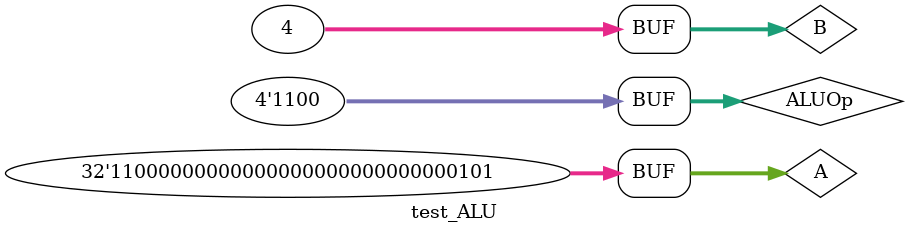
<source format=v>
`timescale 1ns / 1ps


module test_ALU;

	// Inputs
	reg [31:0] A;
	reg [31:0] B;
	reg [3:0] ALUOp;

	// Outputs
	wire [31:0] C;

	// Instantiate the Unit Under Test (UUT)
	ALU uut (
		.A(A), 
		.B(B), 
		.ALUOp(ALUOp), 
		.C(C)
	);

	initial begin
		// Initialize Inputs
		A = 32'b1100_0000_0000_0000_0000_0000_0000_0101;
		B = 32'b0000_0000_0000_0000_0000_0000_0000_0100;
		ALUOp = 0;

		// Wait 100 ns for global reset to finish
		#10;
		ALUOp = 1;
      #10;
		ALUOp = 2;
		#10;
		ALUOp = 3;
		#10;
		ALUOp = 4;
		#10;
		ALUOp = 5;
		#10;
		ALUOp = 6;
		#10;
		ALUOp = 7;
		#10;
		ALUOp = 8;
		#10;
		ALUOp = 9;
		#10;
		ALUOp = 10;
		#10;
		ALUOp = 11;
		#10;
		ALUOp = 12;
		// Add stimulus here

	end
      
endmodule


</source>
